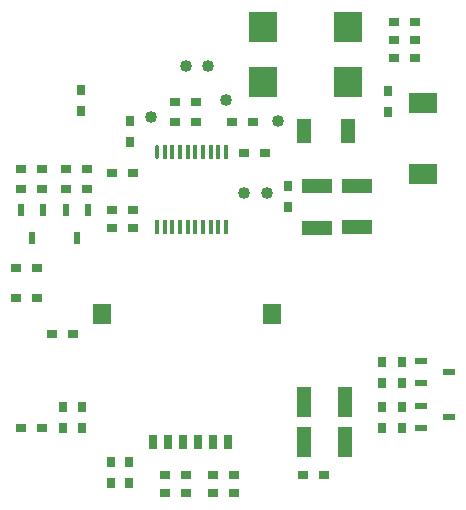
<source format=gbp>
%FSLAX25Y25*%
%MOIN*%
G70*
G01*
G75*
G04 Layer_Color=128*
%ADD10R,0.07874X0.07874*%
%ADD11R,0.02362X0.07874*%
%ADD12R,0.07874X0.02362*%
%ADD13R,0.11811X0.04213*%
%ADD14R,0.37008X0.27559*%
%ADD15R,0.03500X0.03000*%
%ADD16R,0.12992X0.07087*%
%ADD17R,0.04134X0.08661*%
%ADD18R,0.03937X0.04331*%
%ADD19R,0.03000X0.03500*%
%ADD20R,0.04331X0.03937*%
%ADD21R,0.08661X0.04134*%
%ADD22R,0.02362X0.04299*%
%ADD23R,0.01575X0.03937*%
%ADD24R,0.07874X0.03937*%
%ADD25C,0.01500*%
%ADD26C,0.01000*%
%ADD27C,0.02000*%
%ADD28C,0.07000*%
%ADD29C,0.03150*%
%ADD30C,0.04000*%
%ADD31C,0.06000*%
%ADD32R,0.06000X0.06000*%
%ADD33C,0.02500*%
%ADD34R,0.01181X0.04724*%
%ADD35C,0.04000*%
%ADD36R,0.04921X0.07874*%
%ADD37R,0.03150X0.05118*%
%ADD38R,0.05906X0.06693*%
%ADD39R,0.04724X0.09843*%
%ADD40R,0.09449X0.10236*%
%ADD41R,0.09449X0.07087*%
%ADD42R,0.09843X0.04724*%
%ADD43R,0.04299X0.02362*%
%ADD44O,0.01181X0.04724*%
%ADD45C,0.01600*%
%ADD46C,0.00500*%
%ADD47C,0.00787*%
%ADD48C,0.00800*%
%ADD49C,0.00600*%
%ADD50C,0.00700*%
%ADD51R,0.62598X0.35433*%
%ADD52C,0.00100*%
%ADD53R,0.01181X0.08412*%
%ADD54R,0.01300X0.11811*%
%ADD55R,0.01870X0.17323*%
%ADD56R,0.13988X0.01000*%
%ADD57R,0.11811X0.01300*%
D15*
X25500Y77000D02*
D03*
X18500D02*
D03*
X25500Y87000D02*
D03*
X18500D02*
D03*
X50241Y118437D02*
D03*
X57241D02*
D03*
Y100040D02*
D03*
X50241D02*
D03*
X151500Y162819D02*
D03*
X144500D02*
D03*
X151500Y168819D02*
D03*
X144500D02*
D03*
X151500Y156819D02*
D03*
X144500D02*
D03*
X57241Y106040D02*
D03*
X50241D02*
D03*
X90890Y11740D02*
D03*
X83890D02*
D03*
X90890Y17740D02*
D03*
X83890D02*
D03*
X67890D02*
D03*
X74890D02*
D03*
X67890Y11740D02*
D03*
X74890D02*
D03*
X113909Y17784D02*
D03*
X120910D02*
D03*
X42063Y113240D02*
D03*
X35063D02*
D03*
Y119740D02*
D03*
X42063D02*
D03*
X20063D02*
D03*
X27063D02*
D03*
Y113240D02*
D03*
X20063D02*
D03*
X30390Y64866D02*
D03*
X37390D02*
D03*
X26890Y33374D02*
D03*
X19890D02*
D03*
X90287Y135394D02*
D03*
X97287D02*
D03*
X78476D02*
D03*
X71476D02*
D03*
Y142194D02*
D03*
X78476D02*
D03*
X101476Y125194D02*
D03*
X94476D02*
D03*
D19*
X56441Y135940D02*
D03*
Y128940D02*
D03*
X39890Y146240D02*
D03*
Y139240D02*
D03*
X142500Y146000D02*
D03*
Y139000D02*
D03*
X33890Y33374D02*
D03*
Y40374D02*
D03*
X55890Y22240D02*
D03*
Y15240D02*
D03*
X40390Y33374D02*
D03*
Y40374D02*
D03*
X49890Y22240D02*
D03*
Y15240D02*
D03*
X109063Y114240D02*
D03*
Y107240D02*
D03*
X147000Y40500D02*
D03*
Y33500D02*
D03*
X140500D02*
D03*
Y40500D02*
D03*
Y48500D02*
D03*
Y55500D02*
D03*
X147000D02*
D03*
Y48500D02*
D03*
D22*
X35063Y106067D02*
D03*
X42543D02*
D03*
X38803Y96980D02*
D03*
X20063Y106067D02*
D03*
X27543D02*
D03*
X23803Y96980D02*
D03*
D34*
X70508Y100563D02*
D03*
X65390D02*
D03*
X73067Y125366D02*
D03*
X80744Y100563D02*
D03*
X83303D02*
D03*
X85862D02*
D03*
Y125366D02*
D03*
X83303D02*
D03*
X80744D02*
D03*
X75626Y100563D02*
D03*
X78185D02*
D03*
X73067D02*
D03*
X88421D02*
D03*
X67949D02*
D03*
X88421Y125366D02*
D03*
X67949D02*
D03*
X70508D02*
D03*
X75626D02*
D03*
X78185D02*
D03*
D35*
X101976Y111694D02*
D03*
X82476Y154194D02*
D03*
X63250Y137228D02*
D03*
X94476Y111694D02*
D03*
X105787Y135894D02*
D03*
X74976Y154194D02*
D03*
X88450Y142828D02*
D03*
D36*
X114359Y132437D02*
D03*
X129123D02*
D03*
D37*
X83890Y28740D02*
D03*
X73890D02*
D03*
X63890D02*
D03*
X78890D02*
D03*
X88890D02*
D03*
X68890D02*
D03*
D38*
X103732Y71654D02*
D03*
X47039D02*
D03*
D39*
X114390Y28740D02*
D03*
X128169D02*
D03*
Y42240D02*
D03*
X114390D02*
D03*
D40*
X100716Y167240D02*
D03*
X129063D02*
D03*
X100716Y148740D02*
D03*
X129063D02*
D03*
D41*
X154000Y118189D02*
D03*
Y141811D02*
D03*
D42*
X131890Y100361D02*
D03*
Y114140D02*
D03*
X118764Y100303D02*
D03*
Y114083D02*
D03*
D43*
X153500Y33500D02*
D03*
Y40980D02*
D03*
X162587Y37240D02*
D03*
X153500Y48500D02*
D03*
Y55980D02*
D03*
X162587Y52240D02*
D03*
D44*
X65390Y125366D02*
D03*
M02*

</source>
